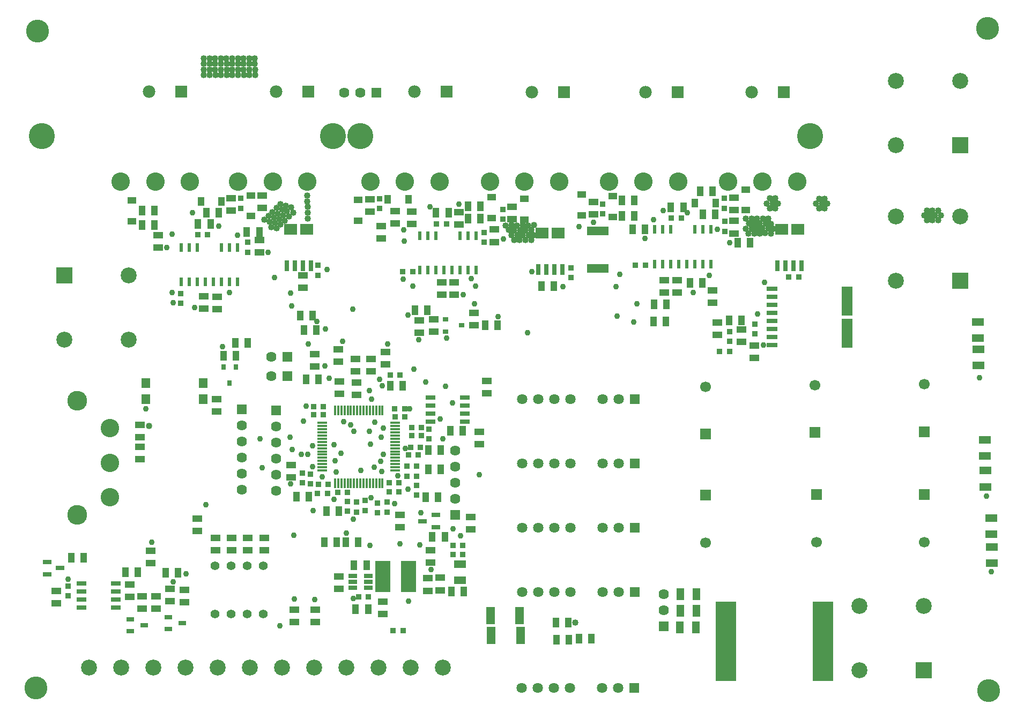
<source format=gts>
G04*
G04 #@! TF.GenerationSoftware,Altium Limited,Altium Designer,20.0.13 (296)*
G04*
G04 Layer_Color=8388736*
%FSLAX43Y43*%
%MOMM*%
G71*
G01*
G75*
%ADD22R,0.559X1.461*%
%ADD49R,1.572X1.072*%
%ADD50R,1.072X1.572*%
%ADD51R,0.772X1.702*%
%ADD52R,2.042X1.702*%
%ADD53R,1.032X1.342*%
%ADD54R,1.342X1.032*%
%ADD55R,1.922X1.172*%
%ADD56R,1.172X1.922*%
%ADD57R,0.972X0.972*%
%ADD58R,1.222X0.722*%
%ADD59R,1.422X1.622*%
%ADD60R,0.722X0.972*%
%ADD61R,1.422X0.722*%
%ADD62R,3.472X1.372*%
%ADD63R,2.372X4.922*%
%ADD64R,1.322X0.722*%
%ADD65R,3.272X12.622*%
%ADD66R,1.372X0.722*%
%ADD67R,1.712X4.562*%
%ADD68R,1.712X0.762*%
%ADD69R,1.422X2.822*%
%ADD70R,1.647X0.772*%
%ADD71R,1.646X1.138*%
%ADD72R,0.422X1.597*%
%ADD73R,1.597X0.422*%
%ADD74R,0.972X0.972*%
%ADD75R,1.138X1.646*%
%ADD76R,0.972X0.722*%
%ADD77R,1.982X1.982*%
%ADD78C,1.982*%
%ADD79R,1.697X1.697*%
%ADD80C,1.697*%
%ADD81R,2.522X2.522*%
%ADD82C,2.522*%
%ADD83C,2.912*%
%ADD84R,1.622X1.622*%
%ADD85C,1.622*%
%ADD86R,1.622X1.622*%
%ADD87C,3.122*%
%ADD88C,1.422*%
%ADD89C,1.630*%
%ADD90R,1.630X1.630*%
%ADD91C,3.622*%
%ADD92C,4.122*%
%ADD93C,1.022*%
%ADD94C,0.922*%
D22*
X25398Y72377D02*
D03*
X26668D02*
D03*
X27938D02*
D03*
X31748D02*
D03*
X33018D02*
D03*
X34288D02*
D03*
Y66929D02*
D03*
X33018D02*
D03*
X31748D02*
D03*
X30478D02*
D03*
X29208D02*
D03*
X27938D02*
D03*
X26668D02*
D03*
X25398D02*
D03*
X100201Y75241D02*
D03*
X101471D02*
D03*
X102741D02*
D03*
X106551D02*
D03*
X107821D02*
D03*
X109091D02*
D03*
Y69793D02*
D03*
X107821D02*
D03*
X106551D02*
D03*
X105281D02*
D03*
X104011D02*
D03*
X102741D02*
D03*
X101471D02*
D03*
X100201D02*
D03*
X63117Y74282D02*
D03*
X64387D02*
D03*
X65657D02*
D03*
X69467D02*
D03*
X70737D02*
D03*
X72007D02*
D03*
Y68834D02*
D03*
X70737D02*
D03*
X69467D02*
D03*
X68197D02*
D03*
X66927D02*
D03*
X65657D02*
D03*
X64387D02*
D03*
X63117D02*
D03*
D49*
X69299Y77948D02*
D03*
Y75998D02*
D03*
X37778Y73554D02*
D03*
Y71604D02*
D03*
X21769Y74355D02*
D03*
Y72405D02*
D03*
X56988Y73851D02*
D03*
Y75801D02*
D03*
X90532Y77639D02*
D03*
Y79589D02*
D03*
X112757Y78287D02*
D03*
Y80237D02*
D03*
X38214Y80601D02*
D03*
Y78651D02*
D03*
X77636Y78789D02*
D03*
Y76839D02*
D03*
X55222Y80024D02*
D03*
Y78074D02*
D03*
X17272Y17186D02*
D03*
Y19136D02*
D03*
X46482Y53594D02*
D03*
Y55544D02*
D03*
X71628Y62021D02*
D03*
Y60071D02*
D03*
X43307Y13163D02*
D03*
Y15113D02*
D03*
X46609Y15158D02*
D03*
Y13208D02*
D03*
X61844Y78080D02*
D03*
Y76130D02*
D03*
X65278Y61005D02*
D03*
Y59055D02*
D03*
X101727Y65278D02*
D03*
Y67228D02*
D03*
X62992Y60878D02*
D03*
Y58928D02*
D03*
X31115Y64561D02*
D03*
Y62611D02*
D03*
X29028Y64667D02*
D03*
Y62717D02*
D03*
X103759Y65278D02*
D03*
Y67228D02*
D03*
X66609Y66898D02*
D03*
Y64948D02*
D03*
X31031Y46472D02*
D03*
Y48422D02*
D03*
X64770Y24556D02*
D03*
Y22606D02*
D03*
X57277Y14478D02*
D03*
Y16428D02*
D03*
X50292Y20365D02*
D03*
Y18415D02*
D03*
X73660Y51267D02*
D03*
Y49317D02*
D03*
X44628Y67967D02*
D03*
Y66017D02*
D03*
X5670Y18079D02*
D03*
Y16129D02*
D03*
X71120Y27854D02*
D03*
Y29804D02*
D03*
X72517Y41316D02*
D03*
Y43266D02*
D03*
X59944Y30144D02*
D03*
Y28194D02*
D03*
X52959Y52787D02*
D03*
Y54737D02*
D03*
X57658Y53930D02*
D03*
Y55880D02*
D03*
X55372Y54782D02*
D03*
Y52832D02*
D03*
X53086Y49063D02*
D03*
Y51013D02*
D03*
X50241Y56312D02*
D03*
Y54362D02*
D03*
X50419Y49276D02*
D03*
Y51226D02*
D03*
X25908Y18288D02*
D03*
Y16338D02*
D03*
X20574Y24429D02*
D03*
Y22479D02*
D03*
X21463Y15322D02*
D03*
Y17272D02*
D03*
X113928Y57489D02*
D03*
Y59439D02*
D03*
X115962Y54908D02*
D03*
Y56858D02*
D03*
X110120Y58591D02*
D03*
Y60541D02*
D03*
X109358Y65576D02*
D03*
Y63626D02*
D03*
X18923Y44323D02*
D03*
Y42373D02*
D03*
Y38944D02*
D03*
Y40894D02*
D03*
X33344Y78187D02*
D03*
Y80137D02*
D03*
X59219Y76164D02*
D03*
Y78114D02*
D03*
X30861Y24511D02*
D03*
Y26461D02*
D03*
X33401Y26502D02*
D03*
Y24552D02*
D03*
X35941D02*
D03*
Y26502D02*
D03*
X38533Y26450D02*
D03*
Y24500D02*
D03*
X68528Y66917D02*
D03*
Y64967D02*
D03*
X42805Y37973D02*
D03*
Y36023D02*
D03*
X27940Y27559D02*
D03*
Y29509D02*
D03*
X19273Y17260D02*
D03*
Y15310D02*
D03*
X23622Y16465D02*
D03*
Y18415D02*
D03*
D50*
X115289Y73101D02*
D03*
X113339D02*
D03*
X98682Y75276D02*
D03*
X96732D02*
D03*
X68107Y18036D02*
D03*
X70057D02*
D03*
X53340Y25781D02*
D03*
X51390D02*
D03*
X45167Y51562D02*
D03*
X47117D02*
D03*
X62357Y62484D02*
D03*
X64307D02*
D03*
X73406Y60071D02*
D03*
X75356D02*
D03*
X49976Y25780D02*
D03*
X48026D02*
D03*
X66428Y40367D02*
D03*
X64478D02*
D03*
X64471Y37338D02*
D03*
X66421D02*
D03*
X24937Y20955D02*
D03*
X22987D02*
D03*
X16637Y21082D02*
D03*
X18587D02*
D03*
X32086Y55245D02*
D03*
X34036D02*
D03*
X35941Y57277D02*
D03*
X33991D02*
D03*
X107696Y66804D02*
D03*
X105746D02*
D03*
X67900Y43434D02*
D03*
X69850D02*
D03*
X10033Y23368D02*
D03*
X8083D02*
D03*
X60411Y50546D02*
D03*
X58461D02*
D03*
X46199Y61643D02*
D03*
X44249D02*
D03*
X44844Y59309D02*
D03*
X46794D02*
D03*
X45552Y33020D02*
D03*
X43602D02*
D03*
X111939Y60877D02*
D03*
X113889D02*
D03*
X102067Y63373D02*
D03*
X100117D02*
D03*
X84664Y10414D02*
D03*
X86614D02*
D03*
X90170Y10541D02*
D03*
X88220D02*
D03*
X31383Y77877D02*
D03*
X29433D02*
D03*
X109728Y77597D02*
D03*
X107778D02*
D03*
X70755Y76925D02*
D03*
X72705D02*
D03*
X107418Y81279D02*
D03*
X109368D02*
D03*
X19259Y78232D02*
D03*
X21209D02*
D03*
X97019Y79842D02*
D03*
X95069D02*
D03*
X19257Y75946D02*
D03*
X21207D02*
D03*
X97005Y77355D02*
D03*
X95055D02*
D03*
X70739Y78867D02*
D03*
X72689D02*
D03*
X48342Y30734D02*
D03*
X50292D02*
D03*
X84278Y66267D02*
D03*
X82328D02*
D03*
X84582Y13081D02*
D03*
X86532D02*
D03*
X101981Y60706D02*
D03*
X100031D02*
D03*
X65958Y32893D02*
D03*
X64008D02*
D03*
D51*
X45922Y69509D02*
D03*
X44652D02*
D03*
X43382D02*
D03*
X42112D02*
D03*
X85598Y68865D02*
D03*
X84328D02*
D03*
X83058D02*
D03*
X81788D02*
D03*
X119615Y69485D02*
D03*
X120885D02*
D03*
X122155D02*
D03*
X123425D02*
D03*
D52*
X42747Y75289D02*
D03*
X45287D02*
D03*
X82423Y74645D02*
D03*
X84963D02*
D03*
X122790Y75265D02*
D03*
X120250D02*
D03*
D53*
X28529Y79632D02*
D03*
X31799D02*
D03*
X106578Y79444D02*
D03*
X109848D02*
D03*
X61320Y80020D02*
D03*
X58050D02*
D03*
D54*
X93590Y80502D02*
D03*
Y77232D02*
D03*
X17670Y76528D02*
D03*
Y79798D02*
D03*
X74494Y80330D02*
D03*
Y77060D02*
D03*
X88709Y80737D02*
D03*
Y77467D02*
D03*
X114587Y78294D02*
D03*
Y81564D02*
D03*
X36401Y80617D02*
D03*
Y77347D02*
D03*
X79641Y80072D02*
D03*
Y76802D02*
D03*
X53341Y79922D02*
D03*
Y76652D02*
D03*
D55*
X152381Y39420D02*
D03*
Y41970D02*
D03*
X153342Y27060D02*
D03*
Y29610D02*
D03*
X153429Y22516D02*
D03*
Y25066D02*
D03*
X152468Y34573D02*
D03*
Y37123D02*
D03*
X151376Y53712D02*
D03*
Y56262D02*
D03*
X151290Y58083D02*
D03*
Y60633D02*
D03*
X69469Y19812D02*
D03*
Y22362D02*
D03*
D56*
X104157Y12386D02*
D03*
X106707D02*
D03*
X106775Y14960D02*
D03*
X104225D02*
D03*
X106788Y17575D02*
D03*
X104238D02*
D03*
D57*
X91944Y77677D02*
D03*
Y79227D02*
D03*
X111184Y78600D02*
D03*
Y80150D02*
D03*
X34822Y78600D02*
D03*
Y80150D02*
D03*
X76272Y76839D02*
D03*
Y78389D02*
D03*
X56765Y78553D02*
D03*
Y80103D02*
D03*
X62611Y34824D02*
D03*
Y33274D02*
D03*
X57912Y30581D02*
D03*
Y32131D02*
D03*
X51689Y30734D02*
D03*
Y32284D02*
D03*
X86995Y69167D02*
D03*
Y67617D02*
D03*
X47028Y69567D02*
D03*
Y68017D02*
D03*
X116063Y60268D02*
D03*
Y58718D02*
D03*
X54483Y30848D02*
D03*
Y32398D02*
D03*
X53086Y30594D02*
D03*
Y32144D02*
D03*
X44577Y36729D02*
D03*
Y35179D02*
D03*
X112025Y59112D02*
D03*
Y57562D02*
D03*
X45847Y36589D02*
D03*
Y35039D02*
D03*
X73282Y74743D02*
D03*
Y73193D02*
D03*
X111259Y76506D02*
D03*
Y74956D02*
D03*
X35927Y73189D02*
D03*
Y71639D02*
D03*
X7575Y18872D02*
D03*
Y17322D02*
D03*
X56388Y30480D02*
D03*
Y32030D02*
D03*
X64528Y42167D02*
D03*
Y43717D02*
D03*
X25328Y63567D02*
D03*
Y65117D02*
D03*
D58*
X25568Y13015D02*
D03*
X23368Y12065D02*
D03*
Y13965D02*
D03*
X17358Y13650D02*
D03*
Y11750D02*
D03*
X19558Y12700D02*
D03*
D59*
X28884Y48387D02*
D03*
Y50927D02*
D03*
X19884D02*
D03*
Y48387D02*
D03*
D60*
X33086Y50967D02*
D03*
X32136Y53467D02*
D03*
X34036D02*
D03*
D61*
X63559Y29149D02*
D03*
X65659Y30099D02*
D03*
Y28199D02*
D03*
D62*
X91247Y75038D02*
D03*
Y69038D02*
D03*
D63*
X57301Y20380D02*
D03*
X61301D02*
D03*
D64*
X52501Y20480D02*
D03*
Y19530D02*
D03*
Y18580D02*
D03*
X55001D02*
D03*
Y19530D02*
D03*
Y20480D02*
D03*
D65*
X126801Y10160D02*
D03*
X111451D02*
D03*
D66*
X4289Y22667D02*
D03*
Y20767D02*
D03*
X6289Y21717D02*
D03*
D67*
X130565Y58845D02*
D03*
Y63945D02*
D03*
D68*
X118775Y65840D02*
D03*
Y64570D02*
D03*
Y63300D02*
D03*
Y62030D02*
D03*
Y60760D02*
D03*
Y59490D02*
D03*
Y58220D02*
D03*
Y56950D02*
D03*
D69*
X78994Y11049D02*
D03*
X74394D02*
D03*
X74267Y14224D02*
D03*
X78867D02*
D03*
D70*
X9689Y15494D02*
D03*
Y16764D02*
D03*
Y18034D02*
D03*
Y19304D02*
D03*
X15113D02*
D03*
Y18034D02*
D03*
Y16764D02*
D03*
Y15494D02*
D03*
X64828Y44857D02*
D03*
Y46127D02*
D03*
Y47397D02*
D03*
Y48667D02*
D03*
X70252D02*
D03*
Y47397D02*
D03*
Y46127D02*
D03*
Y44857D02*
D03*
D71*
X74843Y75278D02*
D03*
Y73246D02*
D03*
X112722Y74596D02*
D03*
Y76628D02*
D03*
X64353Y18130D02*
D03*
Y20162D02*
D03*
X66369Y18186D02*
D03*
Y20218D02*
D03*
D72*
X49728Y35167D02*
D03*
X50228D02*
D03*
X50728D02*
D03*
X51228D02*
D03*
X51728D02*
D03*
X52228D02*
D03*
X52728D02*
D03*
X53228D02*
D03*
X53728D02*
D03*
X54228D02*
D03*
X54728D02*
D03*
X55228D02*
D03*
X55728D02*
D03*
X56228D02*
D03*
X56728D02*
D03*
X57228D02*
D03*
Y46643D02*
D03*
X56728D02*
D03*
X56228D02*
D03*
X55728D02*
D03*
X55228D02*
D03*
X54728D02*
D03*
X54228D02*
D03*
X53728D02*
D03*
X53228D02*
D03*
X52728D02*
D03*
X52228D02*
D03*
X51728D02*
D03*
X51228D02*
D03*
X50728D02*
D03*
X50228D02*
D03*
X49728D02*
D03*
D73*
X59216Y37155D02*
D03*
Y37655D02*
D03*
Y38155D02*
D03*
Y38655D02*
D03*
Y39155D02*
D03*
Y39655D02*
D03*
Y40155D02*
D03*
Y40655D02*
D03*
Y41155D02*
D03*
Y41655D02*
D03*
Y42155D02*
D03*
Y42655D02*
D03*
Y43155D02*
D03*
Y43655D02*
D03*
Y44155D02*
D03*
Y44655D02*
D03*
X47740D02*
D03*
Y44155D02*
D03*
Y43655D02*
D03*
Y43155D02*
D03*
Y42655D02*
D03*
Y42155D02*
D03*
Y41655D02*
D03*
Y41155D02*
D03*
Y40655D02*
D03*
Y40155D02*
D03*
Y39655D02*
D03*
Y39155D02*
D03*
Y38655D02*
D03*
Y38155D02*
D03*
Y37655D02*
D03*
Y37155D02*
D03*
D74*
X58902Y11811D02*
D03*
X60452D02*
D03*
X59970Y52197D02*
D03*
X58420D02*
D03*
X62624Y36195D02*
D03*
X61074D02*
D03*
X122935Y67703D02*
D03*
X121385D02*
D03*
X46355Y45974D02*
D03*
X47905D02*
D03*
X46977Y33528D02*
D03*
X48527D02*
D03*
X60706Y46863D02*
D03*
X59156D02*
D03*
X51689Y33655D02*
D03*
X50139D02*
D03*
X47091Y34925D02*
D03*
X48641D02*
D03*
X62624Y37846D02*
D03*
X61074D02*
D03*
X61836Y43942D02*
D03*
X63386D02*
D03*
X60732Y45593D02*
D03*
X59182D02*
D03*
X59817Y35179D02*
D03*
X58267D02*
D03*
X47892Y47244D02*
D03*
X46342D02*
D03*
X61836Y42672D02*
D03*
X63386D02*
D03*
X110475Y55924D02*
D03*
X112025D02*
D03*
X67310Y76073D02*
D03*
X65760D02*
D03*
X104405Y77074D02*
D03*
X102855D02*
D03*
X29617Y74422D02*
D03*
X28067D02*
D03*
X53441Y17145D02*
D03*
X54991D02*
D03*
X59817Y33782D02*
D03*
X58267D02*
D03*
X68326Y23876D02*
D03*
X69876D02*
D03*
X68326Y25273D02*
D03*
X69876D02*
D03*
X60426Y68580D02*
D03*
X61976D02*
D03*
X97178Y69567D02*
D03*
X98728D02*
D03*
X61315Y39624D02*
D03*
X62865D02*
D03*
X61653Y40811D02*
D03*
X63203D02*
D03*
D75*
X67691Y77851D02*
D03*
X65659D02*
D03*
X104775Y78740D02*
D03*
X102743D02*
D03*
X30099Y76073D02*
D03*
X28067D02*
D03*
X37770Y74843D02*
D03*
X35738D02*
D03*
X65024Y26670D02*
D03*
X67056D02*
D03*
X52701Y22180D02*
D03*
X54733D02*
D03*
X54991Y15240D02*
D03*
X52959D02*
D03*
D76*
X67203Y61021D02*
D03*
Y59121D02*
D03*
X69703Y60071D02*
D03*
D77*
X120597Y96966D02*
D03*
X103871Y96955D02*
D03*
X85855Y96960D02*
D03*
X25400Y96977D02*
D03*
X67310Y97003D02*
D03*
X45466Y96977D02*
D03*
D78*
X115517Y96966D02*
D03*
X98791Y96955D02*
D03*
X80775Y96960D02*
D03*
X20320Y96977D02*
D03*
X62230Y97003D02*
D03*
X40386Y96977D02*
D03*
D79*
X142748Y33347D02*
D03*
X142765Y43251D02*
D03*
X125476Y43126D02*
D03*
X108204Y33220D02*
D03*
X125730Y33347D02*
D03*
X108204Y42872D02*
D03*
D80*
X142748Y25847D02*
D03*
X142765Y50751D02*
D03*
X125476Y50626D02*
D03*
X108204Y25720D02*
D03*
X125730Y25847D02*
D03*
X108204Y50372D02*
D03*
D81*
X148442Y67147D02*
D03*
X142726Y5590D02*
D03*
X148493Y88540D02*
D03*
X6968Y67967D02*
D03*
D82*
X138282Y67147D02*
D03*
X148442Y77307D02*
D03*
X138282D02*
D03*
X66782Y5961D02*
D03*
X61702D02*
D03*
X56622D02*
D03*
X51542D02*
D03*
X46462D02*
D03*
X41382D02*
D03*
X36302D02*
D03*
X31222D02*
D03*
X26142D02*
D03*
X21062D02*
D03*
X15982D02*
D03*
X10902D02*
D03*
X132566Y5590D02*
D03*
X142726Y15750D02*
D03*
X132566D02*
D03*
X138333Y88540D02*
D03*
X148493Y98700D02*
D03*
X138333D02*
D03*
X17128Y67967D02*
D03*
X6968Y57807D02*
D03*
X17128D02*
D03*
D83*
X74168Y82750D02*
D03*
X79628D02*
D03*
X85088D02*
D03*
X14171Y32894D02*
D03*
Y38354D02*
D03*
Y43814D02*
D03*
X45339Y82750D02*
D03*
X39879D02*
D03*
X34419D02*
D03*
X15877Y82750D02*
D03*
X21337D02*
D03*
X26797D02*
D03*
X111760D02*
D03*
X117220D02*
D03*
X122680D02*
D03*
X66216Y82753D02*
D03*
X60756D02*
D03*
X55296D02*
D03*
X92964Y82750D02*
D03*
X98424D02*
D03*
X103884D02*
D03*
D84*
X56226Y96840D02*
D03*
X42164Y52070D02*
D03*
Y55118D02*
D03*
D85*
X53686Y96840D02*
D03*
X51146D02*
D03*
X39624Y52070D02*
D03*
X68707Y32639D02*
D03*
Y35179D02*
D03*
Y37719D02*
D03*
Y40259D02*
D03*
X35028Y34067D02*
D03*
Y36607D02*
D03*
Y39147D02*
D03*
Y41687D02*
D03*
Y44227D02*
D03*
X101595Y17604D02*
D03*
Y15064D02*
D03*
X40428Y44087D02*
D03*
Y41547D02*
D03*
Y39007D02*
D03*
Y36467D02*
D03*
Y33927D02*
D03*
X39624Y55118D02*
D03*
D86*
X68707Y30099D02*
D03*
X35028Y46767D02*
D03*
X101595Y12524D02*
D03*
X40428Y46627D02*
D03*
D87*
X8988Y30089D02*
D03*
Y48189D02*
D03*
D88*
X38354Y14478D02*
D03*
X35814D02*
D03*
X33274D02*
D03*
X30734D02*
D03*
Y22098D02*
D03*
X33274D02*
D03*
X35814D02*
D03*
X38354D02*
D03*
D89*
X79226Y2746D02*
D03*
X81766D02*
D03*
X84306D02*
D03*
X86846D02*
D03*
X91926D02*
D03*
X94466D02*
D03*
X79248Y28067D02*
D03*
X81788D02*
D03*
X84328D02*
D03*
X86868D02*
D03*
X91948D02*
D03*
X94488D02*
D03*
X79248Y38227D02*
D03*
X81788D02*
D03*
X84328D02*
D03*
X86868D02*
D03*
X91948D02*
D03*
X94488D02*
D03*
Y48387D02*
D03*
X91948D02*
D03*
X86868D02*
D03*
X84328D02*
D03*
X81788D02*
D03*
X79248D02*
D03*
X94488Y17907D02*
D03*
X91948D02*
D03*
X86868D02*
D03*
X84328D02*
D03*
X81788D02*
D03*
X79248D02*
D03*
D90*
X97006Y2746D02*
D03*
X97028Y28067D02*
D03*
Y38227D02*
D03*
Y48387D02*
D03*
Y17907D02*
D03*
D91*
X2482Y2769D02*
D03*
X152918Y2389D02*
D03*
X152782Y107002D02*
D03*
X2749Y106608D02*
D03*
D92*
X53721Y89989D02*
D03*
X3399Y89993D02*
D03*
X49403Y89989D02*
D03*
X124747Y90010D02*
D03*
D93*
X41790Y76638D02*
D03*
X41535Y77487D02*
D03*
X39198Y77404D02*
D03*
X43098Y77849D02*
D03*
X41134Y76022D02*
D03*
X42809Y78696D02*
D03*
X42154Y78095D02*
D03*
X41969Y78989D02*
D03*
X40929Y76890D02*
D03*
X40289Y76261D02*
D03*
X39663Y75629D02*
D03*
X41317Y78385D02*
D03*
X40654Y77753D02*
D03*
X39413Y76479D02*
D03*
X40043Y77121D02*
D03*
X41132Y79240D02*
D03*
X40482Y78637D02*
D03*
X39853Y78007D02*
D03*
X38586Y76754D02*
D03*
X42414Y77262D02*
D03*
X40508Y75405D02*
D03*
X118157Y76914D02*
D03*
X117279Y76938D02*
D03*
X118560Y76137D02*
D03*
X117687Y76175D02*
D03*
X77977Y73529D02*
D03*
X45358Y79649D02*
D03*
X45395Y78775D02*
D03*
X45377Y77883D02*
D03*
X45388Y76984D02*
D03*
X45365Y80552D02*
D03*
X118550Y74586D02*
D03*
X78869Y73566D02*
D03*
X79789Y73552D02*
D03*
X80705Y73537D02*
D03*
X81114Y74341D02*
D03*
X79370Y74307D02*
D03*
X80281Y74336D02*
D03*
X78484D02*
D03*
X77593D02*
D03*
X77145Y75130D02*
D03*
X80695Y75139D02*
D03*
X79784Y75100D02*
D03*
X78918Y75115D02*
D03*
X78026D02*
D03*
X81168Y75894D02*
D03*
X80228Y75880D02*
D03*
X79341Y75909D02*
D03*
X78450Y75885D02*
D03*
X77568Y75909D02*
D03*
X76697Y75889D02*
D03*
X115051Y74610D02*
D03*
X116815Y74615D02*
D03*
X117678Y74624D02*
D03*
X115923Y74596D02*
D03*
X115487Y75383D02*
D03*
X118986Y75359D02*
D03*
X117251Y75388D02*
D03*
X118114Y75397D02*
D03*
X116360Y75369D02*
D03*
X114605Y75359D02*
D03*
X115933Y76146D02*
D03*
X116374Y76914D02*
D03*
X115482Y76947D02*
D03*
X125711Y79301D02*
D03*
X126161Y78541D02*
D03*
X145371Y77446D02*
D03*
X127491Y79314D02*
D03*
X126613Y79308D02*
D03*
X117934Y79333D02*
D03*
X118379Y78561D02*
D03*
X118374Y80132D02*
D03*
X119268Y80126D02*
D03*
X142747Y77440D02*
D03*
X143606Y77449D02*
D03*
X143170Y76674D02*
D03*
X144056Y76689D02*
D03*
X143175Y78233D02*
D03*
X144076Y78257D02*
D03*
X144960Y78218D02*
D03*
X144501Y77437D02*
D03*
X144951Y76686D02*
D03*
X126181Y80109D02*
D03*
X127065Y80071D02*
D03*
X127056Y78538D02*
D03*
X119234Y78582D02*
D03*
X119670Y79357D02*
D03*
X118811Y79348D02*
D03*
X114579Y76911D02*
D03*
X32604Y100495D02*
D03*
X29914D02*
D03*
X30811D02*
D03*
X31707D02*
D03*
X29018D02*
D03*
X35294D02*
D03*
X36190D02*
D03*
X37087D02*
D03*
X33501D02*
D03*
X34397D02*
D03*
X34412Y99606D02*
D03*
X33515D02*
D03*
X37102D02*
D03*
X36205D02*
D03*
X35308D02*
D03*
X29032D02*
D03*
X31722D02*
D03*
X30825D02*
D03*
X29929D02*
D03*
X32619D02*
D03*
X32593Y101384D02*
D03*
X29903D02*
D03*
X30800D02*
D03*
X31696D02*
D03*
X29007D02*
D03*
X35283D02*
D03*
X36179D02*
D03*
X37076D02*
D03*
X33490D02*
D03*
X34386D02*
D03*
X34372Y102272D02*
D03*
X33475D02*
D03*
X37061D02*
D03*
X36165D02*
D03*
X35268D02*
D03*
X28992D02*
D03*
X31682D02*
D03*
X30785D02*
D03*
X29889D02*
D03*
X32578D02*
D03*
X116824Y76165D02*
D03*
X115061Y76160D02*
D03*
X87675Y13081D02*
D03*
X20320Y44196D02*
D03*
D94*
X153402Y21181D02*
D03*
X66352Y45261D02*
D03*
X59614Y36322D02*
D03*
X27566Y62856D02*
D03*
X42697Y65202D02*
D03*
X23175Y72345D02*
D03*
X98708Y73809D02*
D03*
X112064Y73165D02*
D03*
X24026Y74466D02*
D03*
X60630Y73406D02*
D03*
X60533Y75209D02*
D03*
X39167Y71580D02*
D03*
X34299Y74335D02*
D03*
X62216Y53159D02*
D03*
X64058Y51104D02*
D03*
X58066Y57097D02*
D03*
X52540Y62623D02*
D03*
X31334Y75798D02*
D03*
X105346Y77868D02*
D03*
X69317Y79256D02*
D03*
X64933Y21472D02*
D03*
X64706Y78793D02*
D03*
X76352Y73771D02*
D03*
X90525Y76359D02*
D03*
X51491Y27264D02*
D03*
X100010Y76793D02*
D03*
X151505Y51798D02*
D03*
X152598Y33063D02*
D03*
X68307Y47844D02*
D03*
X88265Y75692D02*
D03*
X40132Y67640D02*
D03*
X96901Y60579D02*
D03*
X101585Y78248D02*
D03*
X69511Y26856D02*
D03*
X68326Y27940D02*
D03*
X66724Y42129D02*
D03*
X20754Y25831D02*
D03*
X52586Y29425D02*
D03*
X63264Y30498D02*
D03*
X46274Y30822D02*
D03*
X59944Y25527D02*
D03*
X43180Y26924D02*
D03*
X27174Y77877D02*
D03*
X67304Y58104D02*
D03*
X62966Y57854D02*
D03*
X60481Y67356D02*
D03*
X110113Y75276D02*
D03*
X53818Y37149D02*
D03*
X55407Y32838D02*
D03*
X117381Y56930D02*
D03*
X116470Y61893D02*
D03*
X117587Y66867D02*
D03*
X31989Y56720D02*
D03*
X24180Y63621D02*
D03*
X49540Y32560D02*
D03*
X45180Y47341D02*
D03*
X57380Y39720D02*
D03*
X57340Y43840D02*
D03*
X56938Y38559D02*
D03*
X59101Y31877D02*
D03*
X61214Y34163D02*
D03*
X24130Y19558D02*
D03*
X42674Y35052D02*
D03*
X44394Y39729D02*
D03*
X46211Y41065D02*
D03*
X45432Y39729D02*
D03*
X7575Y19939D02*
D03*
X94691Y68148D02*
D03*
X52730Y43302D02*
D03*
X42591Y42389D02*
D03*
X72517Y36447D02*
D03*
X57135Y37005D02*
D03*
X71250Y67440D02*
D03*
X67188Y50424D02*
D03*
X46200Y37716D02*
D03*
X47706Y36159D02*
D03*
X42969Y40497D02*
D03*
X44719Y44945D02*
D03*
X51054Y44831D02*
D03*
X55318Y41310D02*
D03*
X57023Y42433D02*
D03*
X56007Y44798D02*
D03*
X49923Y36898D02*
D03*
X49705Y38707D02*
D03*
X46853Y60676D02*
D03*
X48179Y59494D02*
D03*
X55478Y48381D02*
D03*
X48794Y51727D02*
D03*
X48107Y53658D02*
D03*
X94107Y66167D02*
D03*
X94297Y61532D02*
D03*
X97409Y63500D02*
D03*
X48460Y68888D02*
D03*
X55141Y43304D02*
D03*
X60801Y40653D02*
D03*
X61504Y46863D02*
D03*
X42850Y63144D02*
D03*
X55957Y37669D02*
D03*
X50673Y39878D02*
D03*
X49530Y41196D02*
D03*
X24003Y65278D02*
D03*
X50927Y57531D02*
D03*
X52197Y44323D02*
D03*
X29337Y31750D02*
D03*
X55245Y25273D02*
D03*
X106325Y65304D02*
D03*
X52578Y16891D02*
D03*
X33020Y65278D02*
D03*
X55118Y49784D02*
D03*
X57186Y50546D02*
D03*
X56769Y51562D02*
D03*
X80137Y58928D02*
D03*
X75438Y61468D02*
D03*
X41021Y12573D02*
D03*
X43322Y16846D02*
D03*
X26207Y20828D02*
D03*
X38221Y37596D02*
D03*
X61214Y61722D02*
D03*
X108804Y67945D02*
D03*
X63145Y25400D02*
D03*
X61341Y16510D02*
D03*
X19812Y46863D02*
D03*
X80772Y68580D02*
D03*
X69977Y64897D02*
D03*
X71882Y66294D02*
D03*
X71755Y63485D02*
D03*
X85725Y66167D02*
D03*
X61976Y66294D02*
D03*
X37846Y42164D02*
D03*
X46482Y16764D02*
D03*
X45466Y57150D02*
D03*
M02*

</source>
